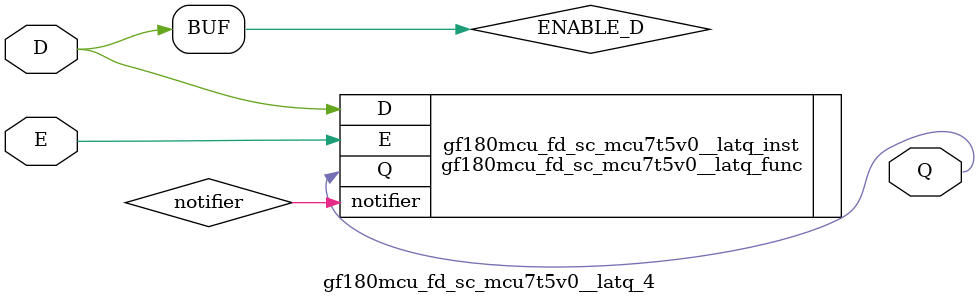
<source format=v>

`ifndef GF180MCU_FD_SC_MCU7T5V0__LATQ_4_V
`define GF180MCU_FD_SC_MCU7T5V0__LATQ_4_V

`include "gf180mcu_fd_sc_mcu7t5v0__latq_func.v"

`ifdef USE_POWER_PINS
module gf180mcu_fd_sc_mcu7t5v0__latq_4( E, D, Q, VDD, VSS );
inout VDD, VSS;
`else // If not USE_POWER_PINS
module gf180mcu_fd_sc_mcu7t5v0__latq_4( E, D, Q );
`endif // If not USE_POWER_PINS
input D, E;
output Q;

`ifdef USE_POWER_PINS
  gf180mcu_fd_sc_mcu7t5v0__latq_func gf180mcu_fd_sc_mcu7t5v0__latq_inst(.E(E),.D(D),.Q(Q),.VDD(VDD),.VSS(VSS),.notifier(notifier));
`else // If not USE_POWER_PINS
  gf180mcu_fd_sc_mcu7t5v0__latq_func gf180mcu_fd_sc_mcu7t5v0__latq_inst(.E(E),.D(D),.Q(Q),.notifier(notifier));
`endif // If not USE_POWER_PINS

`ifndef FUNCTIONAL
	// spec_gates_begin


	not MGM_G0(ENABLE_NOT_D,D);


	buf MGM_G1(ENABLE_D,D);


	// spec_gates_end



   specify

	// specify_block_begin

	// comb arc D --> Q
	 (D => Q) = (1.0,1.0);

	// seq arc E --> Q
	(posedge E => (Q : D))  = (1.0,1.0);

	// hold D-HL E-HL
	$hold(negedge E,negedge D,1.0,notifier);

	// hold D-LH E-HL
	$hold(negedge E,posedge D,1.0,notifier);

	// setup D-HL E-HL
	$setup(negedge D,negedge E,1.0,notifier);

	// setup D-LH E-HL
	$setup(posedge D,negedge E,1.0,notifier);

	$width(posedge E &&& (ENABLE_NOT_D === 1'b1)
		,1.0,0,notifier);

	$width(posedge E &&& (ENABLE_D === 1'b1)
		,1.0,0,notifier);

	// mpw E_lh
	$width(posedge E,1.0,0,notifier);

	// specify_block_end

   endspecify

   `endif

endmodule
`endif // GF180MCU_FD_SC_MCU7T5V0__LATQ_4_V

</source>
